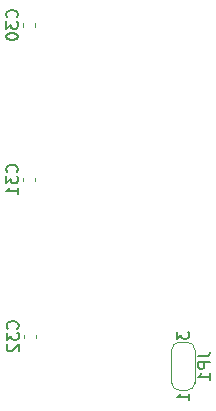
<source format=gbr>
G04 #@! TF.GenerationSoftware,KiCad,Pcbnew,(5.1.10-0-10_14)*
G04 #@! TF.CreationDate,2021-06-26T15:44:58+02:00*
G04 #@! TF.ProjectId,dac,6461632e-6b69-4636-9164-5f7063625858,rev?*
G04 #@! TF.SameCoordinates,Original*
G04 #@! TF.FileFunction,Legend,Bot*
G04 #@! TF.FilePolarity,Positive*
%FSLAX46Y46*%
G04 Gerber Fmt 4.6, Leading zero omitted, Abs format (unit mm)*
G04 Created by KiCad (PCBNEW (5.1.10-0-10_14)) date 2021-06-26 15:44:58*
%MOMM*%
%LPD*%
G01*
G04 APERTURE LIST*
%ADD10C,0.120000*%
%ADD11C,0.150000*%
G04 APERTURE END LIST*
D10*
X116266500Y-100056733D02*
X116266500Y-100349267D01*
X117286500Y-100056733D02*
X117286500Y-100349267D01*
X116203000Y-86785233D02*
X116203000Y-87077767D01*
X117223000Y-86785233D02*
X117223000Y-87077767D01*
X116203000Y-73704233D02*
X116203000Y-73996767D01*
X117223000Y-73704233D02*
X117223000Y-73996767D01*
X130743200Y-104138400D02*
X130743200Y-101338400D01*
X130043200Y-100688400D02*
X129443200Y-100688400D01*
X128743200Y-101338400D02*
X128743200Y-104138400D01*
X129443200Y-104788400D02*
X130043200Y-104788400D01*
X130043200Y-104788400D02*
G75*
G03*
X130743200Y-104088400I0J700000D01*
G01*
X128743200Y-104088400D02*
G75*
G03*
X129443200Y-104788400I700000J0D01*
G01*
X129443200Y-100688400D02*
G75*
G03*
X128743200Y-101388400I0J-700000D01*
G01*
X130743200Y-101388400D02*
G75*
G03*
X130043200Y-100688400I-700000J0D01*
G01*
D11*
X115703642Y-99560142D02*
X115751261Y-99512523D01*
X115798880Y-99369666D01*
X115798880Y-99274428D01*
X115751261Y-99131571D01*
X115656023Y-99036333D01*
X115560785Y-98988714D01*
X115370309Y-98941095D01*
X115227452Y-98941095D01*
X115036976Y-98988714D01*
X114941738Y-99036333D01*
X114846500Y-99131571D01*
X114798880Y-99274428D01*
X114798880Y-99369666D01*
X114846500Y-99512523D01*
X114894119Y-99560142D01*
X114798880Y-99893476D02*
X114798880Y-100512523D01*
X115179833Y-100179190D01*
X115179833Y-100322047D01*
X115227452Y-100417285D01*
X115275071Y-100464904D01*
X115370309Y-100512523D01*
X115608404Y-100512523D01*
X115703642Y-100464904D01*
X115751261Y-100417285D01*
X115798880Y-100322047D01*
X115798880Y-100036333D01*
X115751261Y-99941095D01*
X115703642Y-99893476D01*
X114894119Y-100893476D02*
X114846500Y-100941095D01*
X114798880Y-101036333D01*
X114798880Y-101274428D01*
X114846500Y-101369666D01*
X114894119Y-101417285D01*
X114989357Y-101464904D01*
X115084595Y-101464904D01*
X115227452Y-101417285D01*
X115798880Y-100845857D01*
X115798880Y-101464904D01*
X115640142Y-86288642D02*
X115687761Y-86241023D01*
X115735380Y-86098166D01*
X115735380Y-86002928D01*
X115687761Y-85860071D01*
X115592523Y-85764833D01*
X115497285Y-85717214D01*
X115306809Y-85669595D01*
X115163952Y-85669595D01*
X114973476Y-85717214D01*
X114878238Y-85764833D01*
X114783000Y-85860071D01*
X114735380Y-86002928D01*
X114735380Y-86098166D01*
X114783000Y-86241023D01*
X114830619Y-86288642D01*
X114735380Y-86621976D02*
X114735380Y-87241023D01*
X115116333Y-86907690D01*
X115116333Y-87050547D01*
X115163952Y-87145785D01*
X115211571Y-87193404D01*
X115306809Y-87241023D01*
X115544904Y-87241023D01*
X115640142Y-87193404D01*
X115687761Y-87145785D01*
X115735380Y-87050547D01*
X115735380Y-86764833D01*
X115687761Y-86669595D01*
X115640142Y-86621976D01*
X115735380Y-88193404D02*
X115735380Y-87621976D01*
X115735380Y-87907690D02*
X114735380Y-87907690D01*
X114878238Y-87812452D01*
X114973476Y-87717214D01*
X115021095Y-87621976D01*
X115640142Y-73207642D02*
X115687761Y-73160023D01*
X115735380Y-73017166D01*
X115735380Y-72921928D01*
X115687761Y-72779071D01*
X115592523Y-72683833D01*
X115497285Y-72636214D01*
X115306809Y-72588595D01*
X115163952Y-72588595D01*
X114973476Y-72636214D01*
X114878238Y-72683833D01*
X114783000Y-72779071D01*
X114735380Y-72921928D01*
X114735380Y-73017166D01*
X114783000Y-73160023D01*
X114830619Y-73207642D01*
X114735380Y-73540976D02*
X114735380Y-74160023D01*
X115116333Y-73826690D01*
X115116333Y-73969547D01*
X115163952Y-74064785D01*
X115211571Y-74112404D01*
X115306809Y-74160023D01*
X115544904Y-74160023D01*
X115640142Y-74112404D01*
X115687761Y-74064785D01*
X115735380Y-73969547D01*
X115735380Y-73683833D01*
X115687761Y-73588595D01*
X115640142Y-73540976D01*
X114735380Y-74779071D02*
X114735380Y-74874309D01*
X114783000Y-74969547D01*
X114830619Y-75017166D01*
X114925857Y-75064785D01*
X115116333Y-75112404D01*
X115354428Y-75112404D01*
X115544904Y-75064785D01*
X115640142Y-75017166D01*
X115687761Y-74969547D01*
X115735380Y-74874309D01*
X115735380Y-74779071D01*
X115687761Y-74683833D01*
X115640142Y-74636214D01*
X115544904Y-74588595D01*
X115354428Y-74540976D01*
X115116333Y-74540976D01*
X114925857Y-74588595D01*
X114830619Y-74636214D01*
X114783000Y-74683833D01*
X114735380Y-74779071D01*
X130995580Y-101905066D02*
X131709866Y-101905066D01*
X131852723Y-101857447D01*
X131947961Y-101762209D01*
X131995580Y-101619352D01*
X131995580Y-101524114D01*
X131995580Y-102381257D02*
X130995580Y-102381257D01*
X130995580Y-102762209D01*
X131043200Y-102857447D01*
X131090819Y-102905066D01*
X131186057Y-102952685D01*
X131328914Y-102952685D01*
X131424152Y-102905066D01*
X131471771Y-102857447D01*
X131519390Y-102762209D01*
X131519390Y-102381257D01*
X131995580Y-103905066D02*
X131995580Y-103333638D01*
X131995580Y-103619352D02*
X130995580Y-103619352D01*
X131138438Y-103524114D01*
X131233676Y-103428876D01*
X131281295Y-103333638D01*
X130195580Y-105624114D02*
X130195580Y-105052685D01*
X130195580Y-105338400D02*
X129195580Y-105338400D01*
X129338438Y-105243161D01*
X129433676Y-105147923D01*
X129481295Y-105052685D01*
X129195580Y-99805066D02*
X129195580Y-100424114D01*
X129576533Y-100090780D01*
X129576533Y-100233638D01*
X129624152Y-100328876D01*
X129671771Y-100376495D01*
X129767009Y-100424114D01*
X130005104Y-100424114D01*
X130100342Y-100376495D01*
X130147961Y-100328876D01*
X130195580Y-100233638D01*
X130195580Y-99947923D01*
X130147961Y-99852685D01*
X130100342Y-99805066D01*
M02*

</source>
